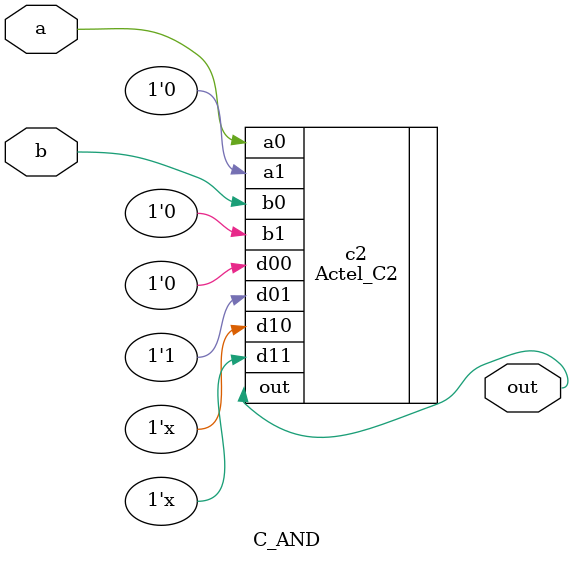
<source format=v>
module C_AND(a, b, out);

    input wire[0:0] a, b;
    output wire[0:0] out;

    Actel_C2 c2(
        .out(out),
        .d00(1'b0), .d01(1'b1), 
        .d10(1'bz), .d11(1'bz), 
        .a1(1'b0),  .b1(1'b0), 
        .a0(a),     .b0(b) 
    );

endmodule

</source>
